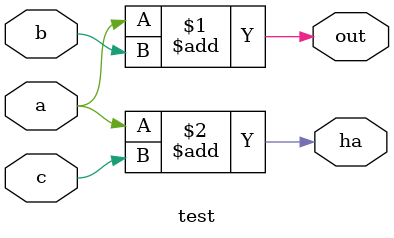
<source format=v>
`timescale 1ns / 1ps


module test(
    input wire a,
    input wire b,
    input wire c,
    output wire out,
    output wire ha
    );
    assign out=a+b;
    assign ha=a+c;
endmodule

</source>
